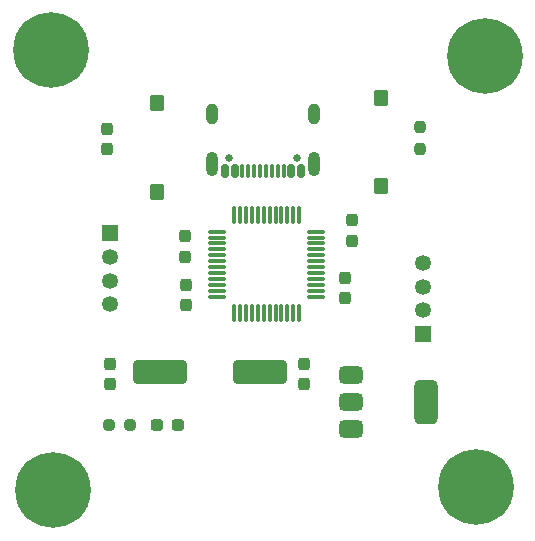
<source format=gbr>
%TF.GenerationSoftware,KiCad,Pcbnew,9.0.7*%
%TF.CreationDate,2026-02-20T18:13:15+05:30*%
%TF.ProjectId,pcb-n-as5600,7063622d-6e2d-4617-9335-3630302e6b69,rev?*%
%TF.SameCoordinates,Original*%
%TF.FileFunction,Soldermask,Top*%
%TF.FilePolarity,Negative*%
%FSLAX46Y46*%
G04 Gerber Fmt 4.6, Leading zero omitted, Abs format (unit mm)*
G04 Created by KiCad (PCBNEW 9.0.7) date 2026-02-20 18:13:15*
%MOMM*%
%LPD*%
G01*
G04 APERTURE LIST*
G04 Aperture macros list*
%AMRoundRect*
0 Rectangle with rounded corners*
0 $1 Rounding radius*
0 $2 $3 $4 $5 $6 $7 $8 $9 X,Y pos of 4 corners*
0 Add a 4 corners polygon primitive as box body*
4,1,4,$2,$3,$4,$5,$6,$7,$8,$9,$2,$3,0*
0 Add four circle primitives for the rounded corners*
1,1,$1+$1,$2,$3*
1,1,$1+$1,$4,$5*
1,1,$1+$1,$6,$7*
1,1,$1+$1,$8,$9*
0 Add four rect primitives between the rounded corners*
20,1,$1+$1,$2,$3,$4,$5,0*
20,1,$1+$1,$4,$5,$6,$7,0*
20,1,$1+$1,$6,$7,$8,$9,0*
20,1,$1+$1,$8,$9,$2,$3,0*%
G04 Aperture macros list end*
%ADD10RoundRect,0.237500X0.237500X-0.300000X0.237500X0.300000X-0.237500X0.300000X-0.237500X-0.300000X0*%
%ADD11RoundRect,0.237500X0.287500X0.237500X-0.287500X0.237500X-0.287500X-0.237500X0.287500X-0.237500X0*%
%ADD12RoundRect,0.102000X0.500000X-0.550000X0.500000X0.550000X-0.500000X0.550000X-0.500000X-0.550000X0*%
%ADD13RoundRect,0.102000X-0.500000X0.550000X-0.500000X-0.550000X0.500000X-0.550000X0.500000X0.550000X0*%
%ADD14C,0.650000*%
%ADD15RoundRect,0.150000X0.150000X0.425000X-0.150000X0.425000X-0.150000X-0.425000X0.150000X-0.425000X0*%
%ADD16RoundRect,0.075000X0.075000X0.500000X-0.075000X0.500000X-0.075000X-0.500000X0.075000X-0.500000X0*%
%ADD17O,1.000000X2.100000*%
%ADD18O,1.000000X1.800000*%
%ADD19C,6.400000*%
%ADD20R,1.350000X1.350000*%
%ADD21C,1.350000*%
%ADD22RoundRect,0.250000X-2.000000X-0.750000X2.000000X-0.750000X2.000000X0.750000X-2.000000X0.750000X0*%
%ADD23RoundRect,0.237500X0.250000X0.237500X-0.250000X0.237500X-0.250000X-0.237500X0.250000X-0.237500X0*%
%ADD24RoundRect,0.237500X-0.237500X0.300000X-0.237500X-0.300000X0.237500X-0.300000X0.237500X0.300000X0*%
%ADD25RoundRect,0.237500X-0.237500X0.250000X-0.237500X-0.250000X0.237500X-0.250000X0.237500X0.250000X0*%
%ADD26RoundRect,0.375000X-0.625000X-0.375000X0.625000X-0.375000X0.625000X0.375000X-0.625000X0.375000X0*%
%ADD27RoundRect,0.500000X-0.500000X-1.400000X0.500000X-1.400000X0.500000X1.400000X-0.500000X1.400000X0*%
%ADD28RoundRect,0.075000X0.075000X-0.662500X0.075000X0.662500X-0.075000X0.662500X-0.075000X-0.662500X0*%
%ADD29RoundRect,0.075000X0.662500X-0.075000X0.662500X0.075000X-0.662500X0.075000X-0.662500X-0.075000X0*%
G04 APERTURE END LIST*
D10*
%TO.C,C1*%
X145750000Y-89825000D03*
X145750000Y-88100000D03*
%TD*%
D11*
%TO.C,D1*%
X145000000Y-100000000D03*
X143250000Y-100000000D03*
%TD*%
D10*
%TO.C,C11*%
X159750000Y-84362500D03*
X159750000Y-82637500D03*
%TD*%
D12*
%TO.C,S2*%
X143250000Y-80250000D03*
X143250000Y-72750000D03*
%TD*%
D13*
%TO.C,S1*%
X162250000Y-72250000D03*
X162250000Y-79750000D03*
%TD*%
D14*
%TO.C,J6*%
X155140000Y-77355000D03*
X149360000Y-77355000D03*
D15*
X155450000Y-78430000D03*
X154650000Y-78430000D03*
D16*
X153500000Y-78430000D03*
X152500000Y-78430000D03*
X152000000Y-78430000D03*
X151000000Y-78430000D03*
D15*
X149850000Y-78430000D03*
X149050000Y-78430000D03*
X149050000Y-78430000D03*
X149850000Y-78430000D03*
D16*
X150500000Y-78430000D03*
X151500000Y-78430000D03*
X153000000Y-78430000D03*
X154000000Y-78430000D03*
D15*
X154650000Y-78430000D03*
X155450000Y-78430000D03*
D17*
X156570000Y-77855000D03*
D18*
X156570000Y-73675000D03*
D17*
X147930000Y-77855000D03*
D18*
X147930000Y-73675000D03*
%TD*%
D19*
%TO.C,H2*%
X134250000Y-68250000D03*
%TD*%
D20*
%TO.C,J2*%
X165750000Y-92250000D03*
D21*
X165750000Y-90250000D03*
X165750000Y-88250000D03*
X165750000Y-86250000D03*
%TD*%
D22*
%TO.C,Y2*%
X143500000Y-95500000D03*
X152000000Y-95500000D03*
%TD*%
D19*
%TO.C,H1*%
X134500000Y-105500000D03*
%TD*%
D23*
%TO.C,R16*%
X141000000Y-100000000D03*
X139175000Y-100000000D03*
%TD*%
D24*
%TO.C,C3*%
X159210000Y-87500000D03*
X159210000Y-89225000D03*
%TD*%
D10*
%TO.C,C2*%
X145613572Y-85712500D03*
X145613572Y-83987500D03*
%TD*%
D19*
%TO.C,H4*%
X170250000Y-105250000D03*
%TD*%
D25*
%TO.C,R9*%
X165500000Y-74750000D03*
X165500000Y-76575000D03*
%TD*%
D19*
%TO.C,H3*%
X171000000Y-68750000D03*
%TD*%
D20*
%TO.C,J1*%
X139250000Y-83750000D03*
D21*
X139250000Y-85750000D03*
X139250000Y-87750000D03*
X139250000Y-89750000D03*
%TD*%
D26*
%TO.C,U1*%
X159700000Y-95700000D03*
X159700000Y-98000000D03*
D27*
X166000000Y-98000000D03*
D26*
X159700000Y-100300000D03*
%TD*%
D28*
%TO.C,U5*%
X149797888Y-90512500D03*
X150297888Y-90512500D03*
X150797888Y-90512500D03*
X151297888Y-90512500D03*
X151797888Y-90512500D03*
X152297888Y-90512500D03*
X152797888Y-90512500D03*
X153297888Y-90512500D03*
X153797888Y-90512500D03*
X154297888Y-90512500D03*
X154797888Y-90512500D03*
X155297888Y-90512500D03*
D29*
X156710388Y-89100000D03*
X156710388Y-88600000D03*
X156710388Y-88100000D03*
X156710388Y-87600000D03*
X156710388Y-87100000D03*
X156710388Y-86600000D03*
X156710388Y-86100000D03*
X156710388Y-85600000D03*
X156710388Y-85100000D03*
X156710388Y-84600000D03*
X156710388Y-84100000D03*
X156710388Y-83600000D03*
D28*
X155297888Y-82187500D03*
X154797888Y-82187500D03*
X154297888Y-82187500D03*
X153797888Y-82187500D03*
X153297888Y-82187500D03*
X152797888Y-82187500D03*
X152297888Y-82187500D03*
X151797888Y-82187500D03*
X151297888Y-82187500D03*
X150797888Y-82187500D03*
X150297888Y-82187500D03*
X149797888Y-82187500D03*
D29*
X148385388Y-83600000D03*
X148385388Y-84100000D03*
X148385388Y-84600000D03*
X148385388Y-85100000D03*
X148385388Y-85600000D03*
X148385388Y-86100000D03*
X148385388Y-86600000D03*
X148385388Y-87100000D03*
X148385388Y-87600000D03*
X148385388Y-88100000D03*
X148385388Y-88600000D03*
X148385388Y-89100000D03*
%TD*%
D24*
%TO.C,C13*%
X139250000Y-94775000D03*
X139250000Y-96500000D03*
%TD*%
%TO.C,C14*%
X139000000Y-74887500D03*
X139000000Y-76612500D03*
%TD*%
%TO.C,C10*%
X155750000Y-94775000D03*
X155750000Y-96500000D03*
%TD*%
M02*

</source>
